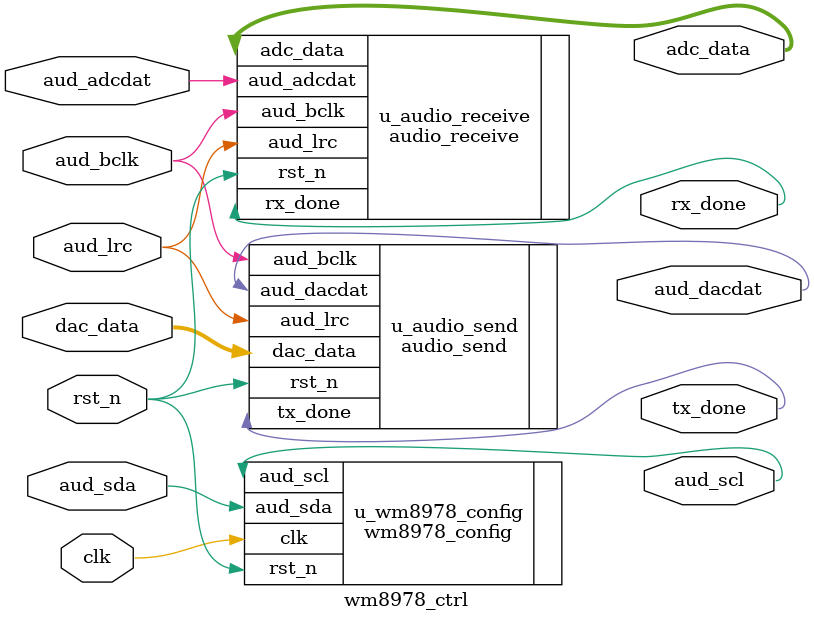
<source format=v>

module wm8978_ctrl(
    input                clk        ,   // 时钟信号
    input                rst_n      ,   // 复位信号
    
    //audio interface
    input                aud_bclk   ,   // WM8978位时钟
    input                aud_lrc    ,   // 对齐信号
    input                aud_adcdat ,   // 音频输入
    output               aud_dacdat ,   // 音频输出
    
    //control interface  
    output               aud_scl    ,   // WM8978的SCL信号
    inout                aud_sda    ,   // WM8978的SDA信号
    
    //user interface
    output     [31:0]    adc_data   ,   // 输入的音频数据
    input      [31:0]    dac_data   ,   // 输出的音频数据
    output               rx_done    ,   // 一次采集完成
    output               tx_done        // 一次发送完成
);

//parameter define
parameter    WL = 6'd32;                // word length音频字长定义

//*****************************************************
//**                    main code
//*****************************************************

//例化WM8978寄存器配置模块
wm8978_config #(
    .WL             (WL)
) u_wm8978_config(
    .clk            (clk),              // 时钟信号
    .rst_n          (rst_n),            // 复位信号
        
    .aud_scl        (aud_scl),          // WM8978的SCL时钟
    .aud_sda        (aud_sda)           // WM8978的SDA信号
);

//例化WM8978音频接收模块
audio_receive #(
    .WL             (WL)
) u_audio_receive(    
    .rst_n          (rst_n),            // 复位信号
    
    .aud_bclk       (aud_bclk),         // WM8978位时钟
    .aud_lrc        (aud_lrc),          // 对齐信号
    .aud_adcdat     (aud_adcdat),       // 音频输入
        
    .adc_data       (adc_data),         // FPGA接收的数据
    .rx_done        (rx_done)           // FPGA接收数据完成
);

//例化WM8978音频发送模块
audio_send #(
    .WL             (WL)
) u_audio_send(
    .rst_n          (rst_n),            // 复位信号
        
    .aud_bclk       (aud_bclk),         // WM8978位时钟
    .aud_lrc        (aud_lrc),          // 对齐信号
    .aud_dacdat     (aud_dacdat),       // 音频数据输出
        
    .dac_data       (dac_data),         // 预输出的音频数据
    .tx_done        (tx_done)           // 发送完成信号
);

endmodule 
</source>
